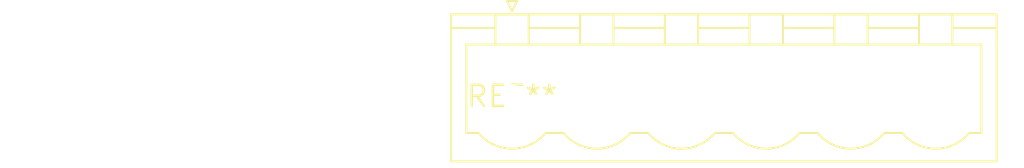
<source format=kicad_pcb>
(kicad_pcb (version 20240108) (generator pcbnew)
  (layers (0 "F.Cu" signal) (31 "B.Cu" signal) (34 "B.Paste" user) (35 "F.Paste" user) (36 "B.SilkS" user "B.Silkscreen") (37 "F.SilkS" user "F.Silkscreen") (38 "B.Mask" user) (39 "F.Mask" user) (44 "Edge.Cuts" user))
  (net 0 "")
  (footprint "PhoenixContact_MSTBVA_2,5_6-G-5,08_1x06_P5.08mm_Vertical" (layer "F.Cu") (at 0 0)
    (property "Reference" "REF**")
    (property "Value" "PhoenixContact_MSTBVA_2,5_6-G-5,08_1x06_P5.08mm_Vertical")
    (fp_line (start -3.65 -4.91) (end -3.65 3.91) (layer "F.SilkS") (stroke (width 0.12)))
    (fp_line (start -3.65 -4.1) (end -1.11 -4.1) (layer "F.SilkS") (stroke (width 0.12)))
    (fp_line (start -3.65 3.91) (end 29.05 3.91) (layer "F.SilkS") (stroke (width 0.12)))
    (fp_line (start -2.74 -3.1) (end 28.14 -3.1) (layer "F.SilkS") (stroke (width 0.12)))
    (fp_line (start -2.74 2.2) (end -2.74 -3.1) (layer "F.SilkS") (stroke (width 0.12)))
    (fp_line (start -2 2.2) (end -2.74 2.2) (layer "F.SilkS") (stroke (width 0.12)))
    (fp_line (start -1 -4.91) (end 1 -4.91) (layer "F.SilkS") (stroke (width 0.12)))
    (fp_line (start -1 -3.1) (end -1 -4.91) (layer "F.SilkS") (stroke (width 0.12)))
    (fp_line (start -0.3 -5.71) (end 0.3 -5.71) (layer "F.SilkS") (stroke (width 0.12)))
    (fp_line (start 0 -5.11) (end -0.3 -5.71) (layer "F.SilkS") (stroke (width 0.12)))
    (fp_line (start 0.3 -5.71) (end 0 -5.11) (layer "F.SilkS") (stroke (width 0.12)))
    (fp_line (start 1 -4.91) (end 1 -3.1) (layer "F.SilkS") (stroke (width 0.12)))
    (fp_line (start 1 -4.1) (end 4.08 -4.1) (layer "F.SilkS") (stroke (width 0.12)))
    (fp_line (start 1 -3.1) (end -1 -3.1) (layer "F.SilkS") (stroke (width 0.12)))
    (fp_line (start 2 2.2) (end 3.08 2.2) (layer "F.SilkS") (stroke (width 0.12)))
    (fp_line (start 4.08 -4.91) (end 6.08 -4.91) (layer "F.SilkS") (stroke (width 0.12)))
    (fp_line (start 4.08 -3.1) (end 4.08 -4.91) (layer "F.SilkS") (stroke (width 0.12)))
    (fp_line (start 6.08 -4.91) (end 6.08 -3.1) (layer "F.SilkS") (stroke (width 0.12)))
    (fp_line (start 6.08 -4.1) (end 9.16 -4.1) (layer "F.SilkS") (stroke (width 0.12)))
    (fp_line (start 6.08 -3.1) (end 4.08 -3.1) (layer "F.SilkS") (stroke (width 0.12)))
    (fp_line (start 7.08 2.2) (end 8.16 2.2) (layer "F.SilkS") (stroke (width 0.12)))
    (fp_line (start 9.16 -4.91) (end 11.16 -4.91) (layer "F.SilkS") (stroke (width 0.12)))
    (fp_line (start 9.16 -3.1) (end 9.16 -4.91) (layer "F.SilkS") (stroke (width 0.12)))
    (fp_line (start 11.16 -4.91) (end 11.16 -3.1) (layer "F.SilkS") (stroke (width 0.12)))
    (fp_line (start 11.16 -4.1) (end 14.24 -4.1) (layer "F.SilkS") (stroke (width 0.12)))
    (fp_line (start 11.16 -3.1) (end 9.16 -3.1) (layer "F.SilkS") (stroke (width 0.12)))
    (fp_line (start 12.16 2.2) (end 13.24 2.2) (layer "F.SilkS") (stroke (width 0.12)))
    (fp_line (start 14.24 -4.91) (end 16.24 -4.91) (layer "F.SilkS") (stroke (width 0.12)))
    (fp_line (start 14.24 -3.1) (end 14.24 -4.91) (layer "F.SilkS") (stroke (width 0.12)))
    (fp_line (start 16.24 -4.91) (end 16.24 -3.1) (layer "F.SilkS") (stroke (width 0.12)))
    (fp_line (start 16.24 -4.1) (end 19.32 -4.1) (layer "F.SilkS") (stroke (width 0.12)))
    (fp_line (start 16.24 -3.1) (end 14.24 -3.1) (layer "F.SilkS") (stroke (width 0.12)))
    (fp_line (start 17.24 2.2) (end 18.32 2.2) (layer "F.SilkS") (stroke (width 0.12)))
    (fp_line (start 19.32 -4.91) (end 21.32 -4.91) (layer "F.SilkS") (stroke (width 0.12)))
    (fp_line (start 19.32 -3.1) (end 19.32 -4.91) (layer "F.SilkS") (stroke (width 0.12)))
    (fp_line (start 21.32 -4.91) (end 21.32 -3.1) (layer "F.SilkS") (stroke (width 0.12)))
    (fp_line (start 21.32 -4.1) (end 24.4 -4.1) (layer "F.SilkS") (stroke (width 0.12)))
    (fp_line (start 21.32 -3.1) (end 19.32 -3.1) (layer "F.SilkS") (stroke (width 0.12)))
    (fp_line (start 22.32 2.2) (end 23.4 2.2) (layer "F.SilkS") (stroke (width 0.12)))
    (fp_line (start 24.4 -4.91) (end 26.4 -4.91) (layer "F.SilkS") (stroke (width 0.12)))
    (fp_line (start 24.4 -3.1) (end 24.4 -4.91) (layer "F.SilkS") (stroke (width 0.12)))
    (fp_line (start 26.4 -4.91) (end 26.4 -3.1) (layer "F.SilkS") (stroke (width 0.12)))
    (fp_line (start 26.4 -3.1) (end 24.4 -3.1) (layer "F.SilkS") (stroke (width 0.12)))
    (fp_line (start 28.14 -3.1) (end 28.14 2.2) (layer "F.SilkS") (stroke (width 0.12)))
    (fp_line (start 28.14 2.2) (end 27.4 2.2) (layer "F.SilkS") (stroke (width 0.12)))
    (fp_line (start 29.05 -4.91) (end -3.65 -4.91) (layer "F.SilkS") (stroke (width 0.12)))
    (fp_line (start 29.05 -4.1) (end 26.51 -4.1) (layer "F.SilkS") (stroke (width 0.12)))
    (fp_line (start 29.05 3.91) (end 29.05 -4.91) (layer "F.SilkS") (stroke (width 0.12)))
    (fp_arc (start 1.986842 2.215821) (mid -0.010289 3.142758) (end -2 2.2) (layer "F.SilkS") (stroke (width 0.12)))
    (fp_arc (start 7.066842 2.215821) (mid 5.069711 3.142758) (end 3.08 2.2) (layer "F.SilkS") (stroke (width 0.12)))
    (fp_arc (start 12.146842 2.215821) (mid 10.149711 3.142758) (end 8.16 2.2) (layer "F.SilkS") (stroke (width 0.12)))
    (fp_arc (start 17.226842 2.215821) (mid 15.229711 3.142758) (end 13.24 2.2) (layer "F.SilkS") (stroke (width 0.12)))
    (fp_arc (start 22.306842 2.215821) (mid 20.309711 3.142758) (end 18.32 2.2) (layer "F.SilkS") (stroke (width 0.12)))
    (fp_arc (start 27.386842 2.215821) (mid 25.389711 3.142758) (end 23.4 2.2) (layer "F.SilkS") (stroke (width 0.12)))
    (pad "1" thru_hole roundrect (at 0 0) (size 2.08 3.6) (drill 1.4) (layers *.Cu *.Mask) (remove_unused_layers) (roundrect_rratio 0.120192))
    (pad "2" thru_hole oval (at 5.08 0) (size 2.08 3.6) (drill 1.4) (layers *.Cu *.Mask) (remove_unused_layers))
    (pad "3" thru_hole oval (at 10.16 0) (size 2.08 3.6) (drill 1.4) (layers *.Cu *.Mask) (remove_unused_layers))
    (pad "4" thru_hole oval (at 15.24 0) (size 2.08 3.6) (drill 1.4) (layers *.Cu *.Mask) (remove_unused_layers))
    (pad "5" thru_hole oval (at 20.32 0) (size 2.08 3.6) (drill 1.4) (layers *.Cu *.Mask) (remove_unused_layers))
    (pad "6" thru_hole oval (at 25.4 0) (size 2.08 3.6) (drill 1.4) (layers *.Cu *.Mask) (remove_unused_layers))
  )
)
</source>
